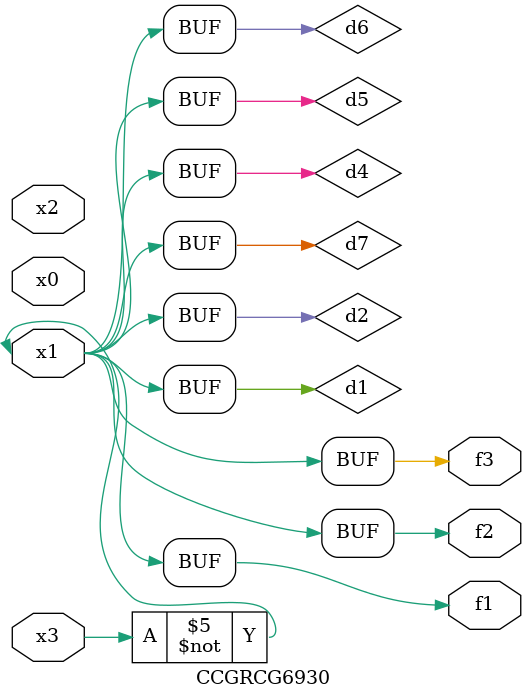
<source format=v>
module CCGRCG6930(
	input x0, x1, x2, x3,
	output f1, f2, f3
);

	wire d1, d2, d3, d4, d5, d6, d7;

	not (d1, x3);
	buf (d2, x1);
	xnor (d3, d1, d2);
	nor (d4, d1);
	buf (d5, d1, d2);
	buf (d6, d4, d5);
	nand (d7, d4);
	assign f1 = d6;
	assign f2 = d7;
	assign f3 = d6;
endmodule

</source>
